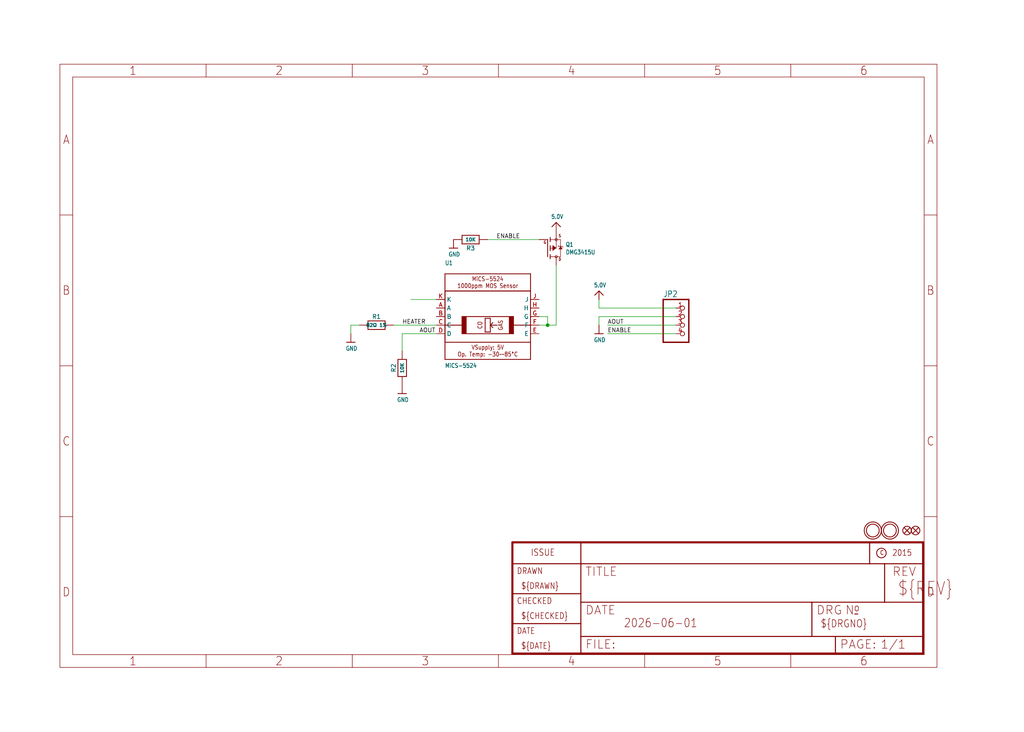
<source format=kicad_sch>
(kicad_sch (version 20230121) (generator eeschema)
  (paper "User" 303.962 217.322)
  (lib_symbols
    (symbol "working-eagle-import:5.0V" (power)
      (property "Value" "5.0V" (at -1.524 1.016 0))
      (symbol "5.0V_1_0"
        (polyline (pts (xy -1.27 -1.27) (xy 0 0)) (stroke (width 0.254)))
        (polyline (pts (xy 0 0) (xy 1.27 -1.27)) (stroke (width 0.254)))
        (pin power_in line (at 0 -2.54 90) (length 2.54) (name "5.0V") (number "1"))
      )
    )
    (symbol "working-eagle-import:FIDUCIAL{dblquote}{dblquote}"
      (symbol "FIDUCIAL{dblquote}{dblquote}_1_0"
        (polyline (pts (xy -0.762 0.762) (xy 0.762 -0.762)) (stroke (width 0.254)))
        (polyline (pts (xy 0.762 0.762) (xy -0.762 -0.762)) (stroke (width 0.254)))
        (circle (center 0 0) (radius 1.27) (stroke (width 0.254)))
      )
    )
    (symbol "working-eagle-import:FRAME_A4"
      (symbol "FRAME_A4_1_0"
        (polyline (pts (xy 0 44.7675) (xy 3.81 44.7675)))
        (polyline (pts (xy 0 89.535) (xy 3.81 89.535)))
        (polyline (pts (xy 0 134.3025) (xy 3.81 134.3025)))
        (polyline (pts (xy 3.81 3.81) (xy 3.81 175.26)))
        (polyline (pts (xy 43.3917 0) (xy 43.3917 3.81)))
        (polyline (pts (xy 43.3917 175.26) (xy 43.3917 179.07)))
        (polyline (pts (xy 86.7833 0) (xy 86.7833 3.81)))
        (polyline (pts (xy 86.7833 175.26) (xy 86.7833 179.07)))
        (polyline (pts (xy 130.175 0) (xy 130.175 3.81)))
        (polyline (pts (xy 130.175 175.26) (xy 130.175 179.07)))
        (polyline (pts (xy 173.5667 0) (xy 173.5667 3.81)))
        (polyline (pts (xy 173.5667 175.26) (xy 173.5667 179.07)))
        (polyline (pts (xy 216.9583 0) (xy 216.9583 3.81)))
        (polyline (pts (xy 216.9583 175.26) (xy 216.9583 179.07)))
        (polyline (pts (xy 256.54 3.81) (xy 3.81 3.81)))
        (polyline (pts (xy 256.54 3.81) (xy 256.54 8.89)) (stroke (width 0.1016)))
        (polyline (pts (xy 256.54 3.81) (xy 256.54 175.26)))
        (polyline (pts (xy 256.54 8.89) (xy 256.54 13.97)) (stroke (width 0.1016)))
        (polyline (pts (xy 256.54 13.97) (xy 256.54 19.05)) (stroke (width 0.1016)))
        (polyline (pts (xy 256.54 19.05) (xy 256.54 36.83)) (stroke (width 0.1016)))
        (polyline (pts (xy 256.54 44.7675) (xy 260.35 44.7675)))
        (polyline (pts (xy 256.54 89.535) (xy 260.35 89.535)))
        (polyline (pts (xy 256.54 134.3025) (xy 260.35 134.3025)))
        (polyline (pts (xy 256.54 175.26) (xy 3.81 175.26)))
        (polyline (pts (xy 0 0) (xy 260.35 0) (xy 260.35 179.07) (xy 0 179.07) (xy 0 0)))
        (text "1" (at 21.6958 1.905 0) (effects (font (size 2.54 2.286))))
        (text "1" (at 21.6958 177.165 0) (effects (font (size 2.54 2.286))))
        (text "2" (at 65.0875 1.905 0) (effects (font (size 2.54 2.286))))
        (text "2" (at 65.0875 177.165 0) (effects (font (size 2.54 2.286))))
        (text "3" (at 108.4792 1.905 0) (effects (font (size 2.54 2.286))))
        (text "3" (at 108.4792 177.165 0) (effects (font (size 2.54 2.286))))
        (text "4" (at 151.8708 1.905 0) (effects (font (size 2.54 2.286))))
        (text "4" (at 151.8708 177.165 0) (effects (font (size 2.54 2.286))))
        (text "5" (at 195.2625 1.905 0) (effects (font (size 2.54 2.286))))
        (text "5" (at 195.2625 177.165 0) (effects (font (size 2.54 2.286))))
        (text "6" (at 238.6542 1.905 0) (effects (font (size 2.54 2.286))))
        (text "6" (at 238.6542 177.165 0) (effects (font (size 2.54 2.286))))
        (text "A" (at 1.905 156.6863 0) (effects (font (size 2.54 2.286))))
        (text "A" (at 258.445 156.6863 0) (effects (font (size 2.54 2.286))))
        (text "B" (at 1.905 111.9188 0) (effects (font (size 2.54 2.286))))
        (text "B" (at 258.445 111.9188 0) (effects (font (size 2.54 2.286))))
        (text "C" (at 1.905 67.1513 0) (effects (font (size 2.54 2.286))))
        (text "C" (at 258.445 67.1513 0) (effects (font (size 2.54 2.286))))
        (text "D" (at 1.905 22.3838 0) (effects (font (size 2.54 2.286))))
        (text "D" (at 258.445 22.3838 0) (effects (font (size 2.54 2.286))))
      )
      (symbol "FRAME_A4_2_0"
        (polyline (pts (xy -0.3048 1.5748) (xy 20.0152 1.5748)) (stroke (width 0.6096)))
        (polyline (pts (xy -0.3048 10.4648) (xy -0.3048 1.5748)) (stroke (width 0.6096)))
        (polyline (pts (xy -0.3048 10.4648) (xy 20.0152 10.4648)) (stroke (width 0.3048)))
        (polyline (pts (xy -0.3048 19.3548) (xy -0.3048 10.4648)) (stroke (width 0.6096)))
        (polyline (pts (xy -0.3048 19.3548) (xy 20.0152 19.3548)) (stroke (width 0.3048)))
        (polyline (pts (xy -0.3048 28.2448) (xy -0.3048 19.3548)) (stroke (width 0.6096)))
        (polyline (pts (xy -0.3048 28.2448) (xy 20.0152 28.2448)) (stroke (width 0.3048)))
        (polyline (pts (xy -0.3048 34.5948) (xy -0.3048 28.2448)) (stroke (width 0.6096)))
        (polyline (pts (xy 20.0152 1.5748) (xy 20.0152 6.6548)) (stroke (width 0.3048)))
        (polyline (pts (xy 20.0152 1.5748) (xy 95.5802 1.5748)) (stroke (width 0.6096)))
        (polyline (pts (xy 20.0152 6.6548) (xy 20.0152 10.4648)) (stroke (width 0.3048)))
        (polyline (pts (xy 20.0152 6.6548) (xy 88.5952 6.6548)) (stroke (width 0.3048)))
        (polyline (pts (xy 20.0152 10.4648) (xy 20.0152 16.8148)) (stroke (width 0.3048)))
        (polyline (pts (xy 20.0152 16.8148) (xy 20.0152 19.3548)) (stroke (width 0.3048)))
        (polyline (pts (xy 20.0152 19.3548) (xy 20.0152 28.2448)) (stroke (width 0.3048)))
        (polyline (pts (xy 20.0152 28.2448) (xy 20.0152 34.5948)) (stroke (width 0.3048)))
        (polyline (pts (xy 20.0152 28.2448) (xy 105.7402 28.2448)) (stroke (width 0.3048)))
        (polyline (pts (xy 20.0152 34.5948) (xy -0.3048 34.5948)) (stroke (width 0.6096)))
        (polyline (pts (xy 88.5952 6.6548) (xy 95.5802 6.6548)) (stroke (width 0.3048)))
        (polyline (pts (xy 88.5952 16.8148) (xy 20.0152 16.8148)) (stroke (width 0.3048)))
        (polyline (pts (xy 88.5952 16.8148) (xy 88.5952 6.6548)) (stroke (width 0.3048)))
        (polyline (pts (xy 95.5802 1.5748) (xy 121.6152 1.5748)) (stroke (width 0.6096)))
        (polyline (pts (xy 95.5802 6.6548) (xy 95.5802 1.5748)) (stroke (width 0.3048)))
        (polyline (pts (xy 95.5802 6.6548) (xy 121.6152 6.6548)) (stroke (width 0.3048)))
        (polyline (pts (xy 101.2952 13.3223) (xy 102.2477 13.3223)) (stroke (width 0.254)))
        (polyline (pts (xy 105.7402 28.2448) (xy 105.7402 34.5948)) (stroke (width 0.3048)))
        (polyline (pts (xy 105.7402 28.2448) (xy 110.1852 28.2448)) (stroke (width 0.3048)))
        (polyline (pts (xy 105.7402 34.5948) (xy 20.0152 34.5948)) (stroke (width 0.6096)))
        (polyline (pts (xy 110.1852 16.8148) (xy 88.5952 16.8148)) (stroke (width 0.3048)))
        (polyline (pts (xy 110.1852 28.2448) (xy 110.1852 16.8148)) (stroke (width 0.3048)))
        (polyline (pts (xy 110.1852 28.2448) (xy 121.6152 28.2448)) (stroke (width 0.3048)))
        (polyline (pts (xy 121.6152 6.6548) (xy 121.6152 1.5748)) (stroke (width 0.6096)))
        (polyline (pts (xy 121.6152 16.8148) (xy 110.1852 16.8148)) (stroke (width 0.3048)))
        (polyline (pts (xy 121.6152 16.8148) (xy 121.6152 6.6548)) (stroke (width 0.6096)))
        (polyline (pts (xy 121.6152 28.2448) (xy 121.6152 16.8148)) (stroke (width 0.6096)))
        (polyline (pts (xy 121.6152 34.5948) (xy 105.7402 34.5948)) (stroke (width 0.6096)))
        (polyline (pts (xy 121.6152 34.5948) (xy 121.6152 28.2448)) (stroke (width 0.6096)))
        (circle (center 109.2327 31.4198) (radius 1.4199) (stroke (width 0.254)))
        (text "${#}/${##}" (at 108.9152 2.8448 0) (effects (font (size 2.54 2.54)) (justify left bottom)))
        (text "${CHECKED}" (at 2.2352 11.7348 0) (effects (font (size 1.778 1.5113)) (justify left bottom)))
        (text "${COMPANY}" (at 23.349 29.6735 0) (effects (font (size 3.175 2.6987) (thickness 0.5397) bold) (justify left bottom)))
        (text "${CURRENT_DATE}" (at 32.7152 9.1948 0) (effects (font (size 2.54 2.159)) (justify left bottom)))
        (text "${DATE}" (at 2.2352 2.8448 0) (effects (font (size 1.778 1.5113)) (justify left bottom)))
        (text "${DRAWN}" (at 2.2352 20.6248 0) (effects (font (size 1.778 1.5113)) (justify left bottom)))
        (text "${DRGNO}" (at 91.1352 9.1948 0) (effects (font (size 2.1844 1.8567)) (justify left bottom)))
        (text "${PROJECTNAME}" (at 33.0327 2.8448 0) (effects (font (size 2.54 2.159)) (justify left bottom)))
        (text "${REV}" (at 113.9952 18.7198 0) (effects (font (size 3.81 3.2385)) (justify left bottom)))
        (text "2015" (at 112.4077 30.4673 0) (effects (font (size 1.778 1.5113)) (justify left bottom)))
        (text "C" (at 108.7564 30.7848 0) (effects (font (size 1.27 1.0795)) (justify left bottom)))
        (text "CHECKED" (at 0.9652 16.1798 0) (effects (font (size 1.778 1.5113)) (justify left bottom)))
        (text "DATE" (at 0.9652 7.2898 0) (effects (font (size 1.778 1.5113)) (justify left bottom)))
        (text "DATE" (at 21.2852 13.0048 0) (effects (font (size 2.54 2.54)) (justify left bottom)))
        (text "DRAWN" (at 0.9652 25.0698 0) (effects (font (size 1.778 1.5113)) (justify left bottom)))
        (text "DRG" (at 89.8652 13.0048 0) (effects (font (size 2.54 2.54)) (justify left bottom)))
        (text "FILE:" (at 21.2852 2.8448 0) (effects (font (size 2.54 2.54)) (justify left bottom)))
        (text "ISSUE" (at 5.0927 30.4673 0) (effects (font (size 1.9304 1.6408)) (justify left bottom)))
        (text "N" (at 98.4377 13.0048 0) (effects (font (size 2.54 2.54)) (justify left bottom)))
        (text "o" (at 100.9777 13.9573 0) (effects (font (size 2.1844 1.8567)) (justify left bottom)))
        (text "PAGE:" (at 96.8502 2.8448 0) (effects (font (size 2.54 2.54)) (justify left bottom)))
        (text "REV" (at 112.4077 24.4348 0) (effects (font (size 2.54 2.54)) (justify left bottom)))
        (text "TITLE" (at 21.2852 24.4348 0) (effects (font (size 2.54 2.54)) (justify left bottom)))
      )
    )
    (symbol "working-eagle-import:GND" (power)
      (property "Value" "GND" (at -1.524 -2.54 0))
      (symbol "GND_1_0"
        (polyline (pts (xy -1.27 0) (xy 1.27 0)) (stroke (width 0.254)))
        (pin power_in line (at 0 2.54 270) (length 2.54) (name "GND") (number "1"))
      )
    )
    (symbol "working-eagle-import:HEADER-1X476MIL"
      (property "Reference" "JP" (at -6.35 8.255 0))
      (symbol "HEADER-1X476MIL_1_0"
        (polyline (pts (xy -6.35 -5.08) (xy 1.27 -5.08)) (stroke (width 0.4064)))
        (polyline (pts (xy -6.35 7.62) (xy -6.35 -5.08)) (stroke (width 0.4064)))
        (polyline (pts (xy 1.27 -5.08) (xy 1.27 7.62)) (stroke (width 0.4064)))
        (polyline (pts (xy 1.27 7.62) (xy -6.35 7.62)) (stroke (width 0.4064)))
        (pin passive inverted (at -2.54 5.08 0) (length 2.54) (name "1") (number "1"))
        (pin passive inverted (at -2.54 2.54 0) (length 2.54) (name "2") (number "2"))
        (pin passive inverted (at -2.54 0 0) (length 2.54) (name "3") (number "3"))
        (pin passive inverted (at -2.54 -2.54 0) (length 2.54) (name "4") (number "4"))
      )
    )
    (symbol "working-eagle-import:MICS-5524"
      (property "Reference" "U" (at -12.7 15.24 0))
      (symbol "MICS-5524_1_0"
        (rectangle (start -7.62 -5.08) (end -6.35 0) (fill (type outline)))
        (polyline (pts (xy -12.7 -12.7) (xy 12.7 -12.7)) (stroke (width 0.254)))
        (polyline (pts (xy -12.7 -7.62) (xy -12.7 -12.7)) (stroke (width 0.254)))
        (polyline (pts (xy -12.7 -7.62) (xy -12.7 -2.54)) (stroke (width 0.254)))
        (polyline (pts (xy -12.7 -2.54) (xy -12.7 -7.62)) (stroke (width 0.254)))
        (polyline (pts (xy -12.7 -2.54) (xy -12.7 7.62)) (stroke (width 0.254)))
        (polyline (pts (xy -12.7 -2.54) (xy -7.62 -2.54)) (stroke (width 0.254)))
        (polyline (pts (xy -12.7 7.62) (xy -12.7 -2.54)) (stroke (width 0.254)))
        (polyline (pts (xy -12.7 7.62) (xy -12.7 12.7)) (stroke (width 0.254)))
        (polyline (pts (xy -12.7 7.62) (xy 12.7 7.62)) (stroke (width 0.254)))
        (polyline (pts (xy -12.7 12.7) (xy 12.7 12.7)) (stroke (width 0.254)))
        (polyline (pts (xy -7.62 -5.08) (xy 7.62 -5.08)) (stroke (width 0.254)))
        (polyline (pts (xy -7.62 -2.54) (xy -7.62 -5.08)) (stroke (width 0.254)))
        (polyline (pts (xy -7.62 0) (xy -7.62 -2.54)) (stroke (width 0.254)))
        (polyline (pts (xy -0.762 -4.572) (xy -0.762 -0.508)) (stroke (width 0.254)))
        (polyline (pts (xy -0.762 -0.508) (xy 0.762 -0.508)) (stroke (width 0.254)))
        (polyline (pts (xy 0.762 -4.572) (xy -0.762 -4.572)) (stroke (width 0.254)))
        (polyline (pts (xy 0.762 -2.54) (xy 0.762 -4.572)) (stroke (width 0.254)))
        (polyline (pts (xy 0.762 -2.54) (xy 1.524 -3.302)) (stroke (width 0.254)))
        (polyline (pts (xy 0.762 -2.54) (xy 1.524 -1.778)) (stroke (width 0.254)))
        (polyline (pts (xy 0.762 -0.508) (xy 0.762 -2.54)) (stroke (width 0.254)))
        (polyline (pts (xy 1.016 -2.54) (xy 2.794 -2.54)) (stroke (width 0.254)))
        (polyline (pts (xy 7.62 -5.08) (xy 7.62 -2.54)) (stroke (width 0.254)))
        (polyline (pts (xy 7.62 -2.54) (xy 7.62 0)) (stroke (width 0.254)))
        (polyline (pts (xy 7.62 0) (xy -7.62 0)) (stroke (width 0.254)))
        (polyline (pts (xy 12.7 -12.7) (xy 12.7 -7.62)) (stroke (width 0.254)))
        (polyline (pts (xy 12.7 -7.62) (xy -12.7 -7.62)) (stroke (width 0.254)))
        (polyline (pts (xy 12.7 -2.54) (xy 7.62 -2.54)) (stroke (width 0.254)))
        (polyline (pts (xy 12.7 -2.54) (xy 12.7 -7.62)) (stroke (width 0.254)))
        (polyline (pts (xy 12.7 7.62) (xy -12.7 7.62)) (stroke (width 0.254)))
        (polyline (pts (xy 12.7 7.62) (xy 12.7 -2.54)) (stroke (width 0.254)))
        (polyline (pts (xy 12.7 12.7) (xy 12.7 7.62)) (stroke (width 0.254)))
        (rectangle (start 6.35 -5.08) (end 7.62 0) (fill (type outline)))
        (text "CO" (at -2.286 -2.54 900) (effects (font (size 1.27 1.0795))))
        (text "GAS" (at 3.81 -2.54 900) (effects (font (size 1.27 1.0795))))
        (text "MiCS-5524\n1000ppm MOS Sensor" (at 0 10.16 0) (effects (font (size 1.27 1.0795))))
        (text "VSupply: 5V\nOp. Temp: -30~~85°C" (at 0 -10.16 0) (effects (font (size 1.27 1.0795))))
        (pin bidirectional line (at -15.24 2.54 0) (length 2.54) (name "A") (number "A"))
        (pin bidirectional line (at -15.24 0 0) (length 2.54) (name "B") (number "B"))
        (pin bidirectional line (at -15.24 -2.54 0) (length 2.54) (name "C") (number "C"))
        (pin bidirectional line (at -15.24 -5.08 0) (length 2.54) (name "D") (number "D"))
        (pin bidirectional line (at 15.24 -5.08 180) (length 2.54) (name "E") (number "E"))
        (pin bidirectional line (at 15.24 -2.54 180) (length 2.54) (name "F") (number "F"))
        (pin bidirectional line (at 15.24 0 180) (length 2.54) (name "G") (number "G"))
        (pin bidirectional line (at 15.24 2.54 180) (length 2.54) (name "H") (number "H"))
        (pin bidirectional line (at 15.24 5.08 180) (length 2.54) (name "J") (number "J"))
        (pin bidirectional line (at -15.24 5.08 0) (length 2.54) (name "K") (number "K"))
      )
    )
    (symbol "working-eagle-import:MOSFET-PWIDE"
      (property "Reference" "Q" (at 2.794 0.381 0))
      (symbol "MOSFET-PWIDE_1_0"
        (circle (center 0 -2.54) (radius 0.3592))
        (polyline (pts (xy -2.54 -2.54) (xy -2.54 2.54)) (stroke (width 0.254)))
        (polyline (pts (xy -1.778 -3.175) (xy -1.778 -2.54)) (stroke (width 0.254)))
        (polyline (pts (xy -1.778 -2.54) (xy -1.778 -1.905)) (stroke (width 0.254)))
        (polyline (pts (xy -1.778 -2.54) (xy 1.27 -2.54)) (stroke (width 0.1524)))
        (polyline (pts (xy -1.778 -0.762) (xy -1.778 0)) (stroke (width 0.254)))
        (polyline (pts (xy -1.778 0) (xy -1.778 0.762)) (stroke (width 0.254)))
        (polyline (pts (xy -1.778 0) (xy 0 0)) (stroke (width 0.1524)))
        (polyline (pts (xy -1.778 1.905) (xy -1.778 2.54)) (stroke (width 0.254)))
        (polyline (pts (xy -1.778 2.54) (xy -1.778 3.175)) (stroke (width 0.254)))
        (polyline (pts (xy 0 0) (xy 0 2.54)) (stroke (width 0.1524)))
        (polyline (pts (xy 0 2.54) (xy -1.778 2.54)) (stroke (width 0.1524)))
        (polyline (pts (xy 0 2.54) (xy 1.27 2.54)) (stroke (width 0.1524)))
        (polyline (pts (xy 0.508 0.762) (xy 0.762 0.508)) (stroke (width 0.1524)))
        (polyline (pts (xy 0.762 0.508) (xy 1.27 0.508)) (stroke (width 0.1524)))
        (polyline (pts (xy 1.27 -2.54) (xy 1.27 0.508)) (stroke (width 0.1524)))
        (polyline (pts (xy 1.27 0.508) (xy 1.27 2.54)) (stroke (width 0.1524)))
        (polyline (pts (xy 1.27 0.508) (xy 1.778 0.508)) (stroke (width 0.1524)))
        (polyline (pts (xy 1.778 0.508) (xy 2.032 0.254)) (stroke (width 0.1524)))
        (polyline (pts (xy 0 0) (xy -1.016 0.762) (xy -1.016 -0.762)) (stroke (width 0.1524)) (fill (type outline)))
        (polyline (pts (xy 1.27 0.508) (xy 1.778 -0.254) (xy 0.762 -0.254)) (stroke (width 0.1524)) (fill (type outline)))
        (circle (center 0 2.54) (radius 0.3592))
        (text "D" (at 0.635 -3.81 0) (effects (font (size 0.8128 0.6908)) (justify left bottom)))
        (text "G" (at -3.81 1.27 0) (effects (font (size 0.8128 0.6908)) (justify left bottom)))
        (text "S" (at 0.635 3.175 0) (effects (font (size 0.8128 0.6908)) (justify left bottom)))
        (pin passive line (at -5.08 2.54 0) (length 2.54) (name "G") (number "1"))
        (pin passive line (at 0 5.08 270) (length 2.54) (name "S") (number "2"))
        (pin passive line (at 0 -5.08 90) (length 2.54) (name "D") (number "3"))
      )
    )
    (symbol "working-eagle-import:MOUNTINGHOLE2.5"
      (symbol "MOUNTINGHOLE2.5_1_0"
        (circle (center 0 0) (radius 1.905) (stroke (width 0.254)))
        (circle (center 0 0) (radius 2.54) (stroke (width 0.254)))
      )
    )
    (symbol "working-eagle-import:RESISTOR0805_NOOUTLINE"
      (property "Reference" "R" (at 0 2.54 0))
      (symbol "RESISTOR0805_NOOUTLINE_1_0"
        (polyline (pts (xy -2.54 -1.27) (xy -2.54 1.27)) (stroke (width 0.254)))
        (polyline (pts (xy -2.54 1.27) (xy 2.54 1.27)) (stroke (width 0.254)))
        (polyline (pts (xy 2.54 -1.27) (xy -2.54 -1.27)) (stroke (width 0.254)))
        (polyline (pts (xy 2.54 1.27) (xy 2.54 -1.27)) (stroke (width 0.254)))
        (pin passive line (at -5.08 0 0) (length 2.54) (name "1") (number "1"))
        (pin passive line (at 5.08 0 180) (length 2.54) (name "2") (number "2"))
      )
    )
  )
  (junction (at 162.56 96.52))
  (wire (pts (xy 165.1 96.52) (xy 162.56 96.52)) (stroke (width 0.1524)))
  (wire (pts (xy 200.66 96.52) (xy 180.34 96.52)) (stroke (width 0.1524)))
  (wire (pts (xy 162.56 93.98) (xy 162.56 96.52)) (stroke (width 0.1524)))
  (wire (pts (xy 177.8 91.44) (xy 177.8 88.9)) (stroke (width 0.1524)))
  (wire (pts (xy 104.14 96.52) (xy 104.14 99.06)) (stroke (width 0.1524)))
  (wire (pts (xy 106.68 96.52) (xy 104.14 96.52)) (stroke (width 0.1524)))
  (wire (pts (xy 129.54 99.06) (xy 119.38 99.06)) (stroke (width 0.1524)))
  (wire (pts (xy 144.78 71.12) (xy 160.02 71.12)) (stroke (width 0.1524)))
  (wire (pts (xy 200.66 99.06) (xy 180.34 99.06)) (stroke (width 0.1524)))
  (wire (pts (xy 162.56 96.52) (xy 160.02 96.52)) (stroke (width 0.1524)))
  (wire (pts (xy 200.66 91.44) (xy 177.8 91.44)) (stroke (width 0.1524)))
  (wire (pts (xy 177.8 93.98) (xy 177.8 96.52)) (stroke (width 0.1524)))
  (wire (pts (xy 119.38 99.06) (xy 119.38 104.14)) (stroke (width 0.1524)))
  (wire (pts (xy 200.66 93.98) (xy 177.8 93.98)) (stroke (width 0.1524)))
  (wire (pts (xy 129.54 88.9) (xy 121.92 88.9)) (stroke (width 0.1524)))
  (wire (pts (xy 160.02 93.98) (xy 162.56 93.98)) (stroke (width 0.1524)))
  (wire (pts (xy 165.1 96.52) (xy 165.1 78.74)) (stroke (width 0.1524)))
  (wire (pts (xy 129.54 96.52) (xy 116.84 96.52)) (stroke (width 0.1524)))
  (label "ENABLE" (at 147.32 71.12 0) (effects (font (size 1.2446 1.2446))))
  (label "HEATER" (at 119.38 96.52 0) (effects (font (size 1.2446 1.2446))))
  (label "AOUT" (at 180.34 96.52 0) (effects (font (size 1.2446 1.2446))))
  (label "AOUT" (at 124.46 99.06 0) (effects (font (size 1.2446 1.2446))))
  (label "ENABLE" (at 180.34 99.06 0) (effects (font (size 1.2446 1.2446))))
  (symbol (lib_id "working-eagle-import:RESISTOR0805_NOOUTLINE") (at 111.76 96.52 0) (unit 1)
    (property "Reference" "R1" (at 111.76 93.98 0))
    (property "Value" "82Ω 1%" (at 111.76 96.52 0) (effects (font (size 1.016 1.016) bold)))
    (property "Footprint" "working:0805-NO" (effects hide))
  )
  (symbol (lib_id "working-eagle-import:GND") (at 177.8 99.06 0) (unit 1)
    (property "Reference" "#U$6" (effects hide))
    (property "Value" "GND" (at 176.276 101.6 0) (effects (font (size 1.27 1.0795)) (justify left bottom)))
  )
  (symbol (lib_id "working-eagle-import:MOUNTINGHOLE2.5") (at 264.16 157.48 0) (unit 1)
    (property "Reference" "U$3" (effects hide))
    (property "Value" "MOUNTINGHOLE2.5" (effects hide))
    (property "Footprint" "working:MOUNTINGHOLE_2.5_PLATED" (effects hide))
  )
  (symbol (lib_id "working-eagle-import:FIDUCIAL{dblquote}{dblquote}") (at 271.78 157.48 0) (unit 1)
    (property "Reference" "FID1" (effects hide))
    (property "Value" "FIDUCIAL{dblquote}{dblquote}" (effects hide))
    (property "Footprint" "working:FIDUCIAL_1MM" (effects hide))
  )
  (symbol (lib_id "working-eagle-import:HEADER-1X476MIL") (at 203.2 96.52 0) (unit 1)
    (property "Reference" "JP2" (at 196.85 88.265 0) (effects (font (size 1.778 1.5113)) (justify left bottom)))
    (property "Value" "HEADER-1X476MIL" (effects hide))
    (property "Footprint" "working:1X04_ROUND_76" (effects hide))
  )
  (symbol (lib_id "working-eagle-import:MOUNTINGHOLE2.5") (at 259.08 157.48 0) (unit 1)
    (property "Reference" "U$4" (effects hide))
    (property "Value" "MOUNTINGHOLE2.5" (effects hide))
    (property "Footprint" "working:MOUNTINGHOLE_2.5_PLATED" (effects hide))
  )
  (symbol (lib_id "working-eagle-import:RESISTOR0805_NOOUTLINE") (at 139.7 71.12 180) (unit 1)
    (property "Reference" "R3" (at 139.7 73.66 0))
    (property "Value" "10K" (at 139.7 71.12 0) (effects (font (size 1.016 1.016) bold)))
    (property "Footprint" "working:0805-NO" (effects hide))
  )
  (symbol (lib_id "working-eagle-import:GND") (at 119.38 116.84 0) (unit 1)
    (property "Reference" "#U$8" (effects hide))
    (property "Value" "GND" (at 117.856 119.38 0) (effects (font (size 1.27 1.0795)) (justify left bottom)))
  )
  (symbol (lib_id "working-eagle-import:RESISTOR0805_NOOUTLINE") (at 119.38 109.22 90) (unit 1)
    (property "Reference" "R2" (at 116.84 109.22 0))
    (property "Value" "10K" (at 119.38 109.22 0) (effects (font (size 1.016 1.016) bold)))
    (property "Footprint" "working:0805-NO" (effects hide))
  )
  (symbol (lib_id "working-eagle-import:MICS-5524") (at 144.78 93.98 0) (unit 1)
    (property "Reference" "U1" (at 132.08 78.74 0) (effects (font (size 1.27 1.0795)) (justify left bottom)))
    (property "Value" "MiCS-5524" (at 132.08 109.22 0) (effects (font (size 1.27 1.0795)) (justify left bottom)))
    (property "Footprint" "working:MICS-5524" (effects hide))
  )
  (symbol (lib_id "working-eagle-import:FRAME_A4") (at 17.78 198.12 0) (unit 1)
    (property "Reference" "#FRAME1" (effects hide))
    (property "Value" "FRAME_A4" (effects hide))
  )
  (symbol (lib_id "working-eagle-import:5.0V") (at 165.1 66.04 0) (unit 1)
    (property "Reference" "#U$9" (effects hide))
    (property "Value" "5.0V" (at 163.576 65.024 0) (effects (font (size 1.27 1.0795)) (justify left bottom)))
  )
  (symbol (lib_id "working-eagle-import:FIDUCIAL{dblquote}{dblquote}") (at 269.24 157.48 0) (unit 1)
    (property "Reference" "FID2" (effects hide))
    (property "Value" "FIDUCIAL{dblquote}{dblquote}" (effects hide))
    (property "Footprint" "working:FIDUCIAL_1MM" (effects hide))
  )
  (symbol (lib_id "working-eagle-import:5.0V") (at 177.8 86.36 0) (unit 1)
    (property "Reference" "#U$5" (effects hide))
    (property "Value" "5.0V" (at 176.276 85.344 0) (effects (font (size 1.27 1.0795)) (justify left bottom)))
  )
  (symbol (lib_id "working-eagle-import:GND") (at 104.14 101.6 0) (unit 1)
    (property "Reference" "#U$2" (effects hide))
    (property "Value" "GND" (at 102.616 104.14 0) (effects (font (size 1.27 1.0795)) (justify left bottom)))
  )
  (symbol (lib_id "working-eagle-import:FRAME_A4") (at 152.4 195.58 0) (unit 2)
    (property "Reference" "#FRAME1" (effects hide))
    (property "Value" "FRAME_A4" (effects hide))
  )
  (symbol (lib_id "working-eagle-import:MOSFET-PWIDE") (at 165.1 73.66 0) (unit 1)
    (property "Reference" "Q1" (at 167.894 73.279 0) (effects (font (size 1.27 1.0795)) (justify left bottom)))
    (property "Value" "DMG3415U" (at 167.894 75.565 0) (effects (font (size 1.27 1.0795)) (justify left bottom)))
    (property "Footprint" "working:SOT23-WIDE" (effects hide))
  )
  (symbol (lib_id "working-eagle-import:GND") (at 134.62 73.66 0) (unit 1)
    (property "Reference" "#U$1" (effects hide))
    (property "Value" "GND" (at 133.096 76.2 0) (effects (font (size 1.27 1.0795)) (justify left bottom)))
  )
)
</source>
